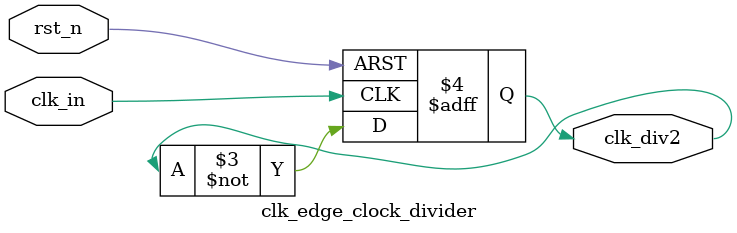
<source format=sv>

module clk_edge_clock_divider (
  input wire clk_in,
  input wire rst_n,
  output logic clk_div2
);

  // Clock divider: generates derived clock
  // This is a special case where clock is generated by logic
  // Should be clearly documented and reviewed
  
  always_ff @(posedge clk_in or negedge rst_n) begin
    if (!rst_n)
      clk_div2 <= 1'b0;
    else
      clk_div2 <= ~clk_div2;  // Toggle to divide by 2
  end

endmodule


</source>
